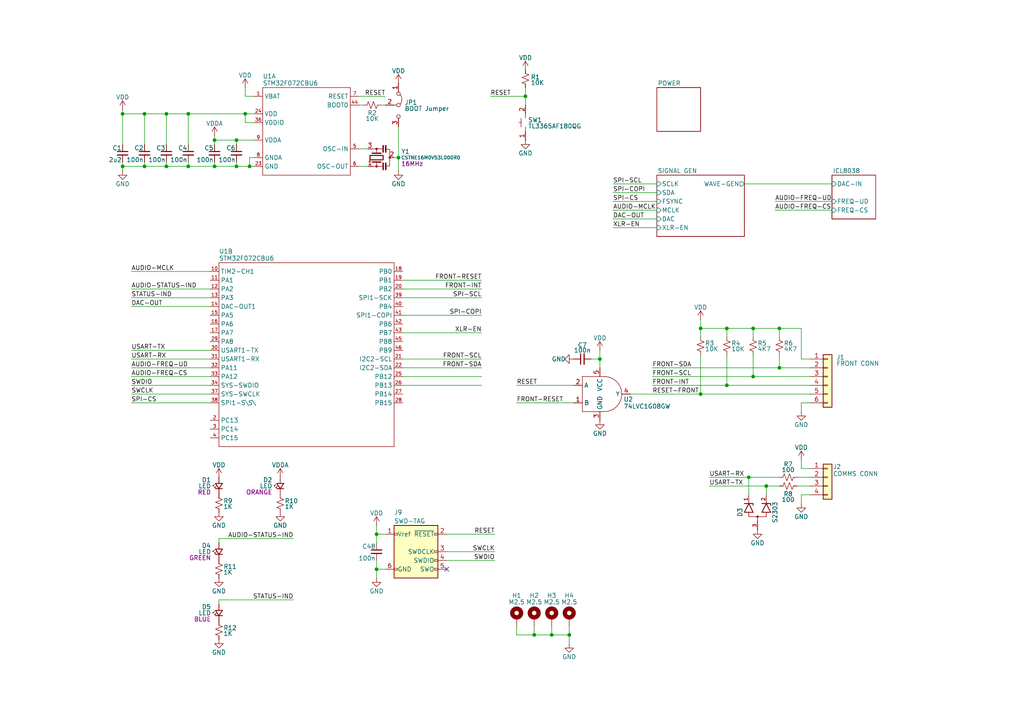
<source format=kicad_sch>
(kicad_sch (version 20231120) (generator "eeschema") (generator_version "8.0")
  (paper "A4")
  (title_block (title "Benchy 2 Signal Generator") (rev "REV2") (company "Daxxn Industries"))
  (lib_symbols
    (symbol "Connector_Generic:Conn_01x04" (pin_names (offset 1.016) hide)
      (property "Reference" "J" (at 0 5.08 0))
      (property "Value" "Conn_01x04" (at 0 -7.62 0))
      (symbol "Conn_01x04_1_1"
        (rectangle (start -1.27 -4.953) (end 0 -5.207) (stroke (width 0.1524)))
        (rectangle (start -1.27 -2.413) (end 0 -2.667) (stroke (width 0.1524)))
        (rectangle (start -1.27 0.127) (end 0 -0.127) (stroke (width 0.1524)))
        (rectangle (start -1.27 2.667) (end 0 2.413) (stroke (width 0.1524)))
        (rectangle (start -1.27 3.81) (end 1.27 -6.35) (stroke (width 0.254)) (fill (type background)))
        (pin passive line (at -5.08 2.54 0) (length 3.81) (name "Pin_1") (number "1"))
        (pin passive line (at -5.08 0 0) (length 3.81) (name "Pin_2") (number "2"))
        (pin passive line (at -5.08 -2.54 0) (length 3.81) (name "Pin_3") (number "3"))
        (pin passive line (at -5.08 -5.08 0) (length 3.81) (name "Pin_4") (number "4"))
      )
    )
    (symbol "Connector_Generic:Conn_01x06" (pin_names (offset 1.016) hide)
      (property "Reference" "J" (at 0 7.62 0))
      (property "Value" "Conn_01x06" (at 0 -10.16 0))
      (symbol "Conn_01x06_1_1"
        (rectangle (start -1.27 -7.493) (end 0 -7.747) (stroke (width 0.1524)))
        (rectangle (start -1.27 -4.953) (end 0 -5.207) (stroke (width 0.1524)))
        (rectangle (start -1.27 -2.413) (end 0 -2.667) (stroke (width 0.1524)))
        (rectangle (start -1.27 0.127) (end 0 -0.127) (stroke (width 0.1524)))
        (rectangle (start -1.27 2.667) (end 0 2.413) (stroke (width 0.1524)))
        (rectangle (start -1.27 5.207) (end 0 4.953) (stroke (width 0.1524)))
        (rectangle (start -1.27 6.35) (end 1.27 -8.89) (stroke (width 0.254)) (fill (type background)))
        (pin passive line (at -5.08 5.08 0) (length 3.81) (name "Pin_1") (number "1"))
        (pin passive line (at -5.08 2.54 0) (length 3.81) (name "Pin_2") (number "2"))
        (pin passive line (at -5.08 0 0) (length 3.81) (name "Pin_3") (number "3"))
        (pin passive line (at -5.08 -2.54 0) (length 3.81) (name "Pin_4") (number "4"))
        (pin passive line (at -5.08 -5.08 0) (length 3.81) (name "Pin_5") (number "5"))
        (pin passive line (at -5.08 -7.62 0) (length 3.81) (name "Pin_6") (number "6"))
      )
    )
    (symbol "DX_Connector_Programming:SWD-TAG-6" (pin_names (offset 1.016))
      (property "Reference" "J" (at 0 3.81 0))
      (property "Value" "SWD-TAG" (at 0 1.27 0))
      (symbol "SWD-TAG-6_0_1"
        (rectangle (start 0 -12.446) (end 1.016 -12.954))
        (rectangle (start 0 -2.794) (end 1.016 -2.286))
        (rectangle (start 0 0) (end 12.7 -15.24) (stroke (width 0.254)) (fill (type background)))
        (rectangle (start 11.684 -7.874) (end 12.7 -7.366))
        (rectangle (start 12.7 -12.954) (end 11.684 -12.446))
        (rectangle (start 12.7 -10.414) (end 11.684 -9.906))
        (rectangle (start 12.7 -2.286) (end 11.684 -2.794))
      )
      (symbol "SWD-TAG-6_1_1"
        (pin power_in line (at -2.54 -2.54 0) (length 2.54) (name "Vref") (number "1"))
        (pin open_collector line (at 15.24 -2.54 180) (length 2.54) (name "~{RESET}") (number "2"))
        (pin output line (at 15.24 -7.62 180) (length 2.54) (name "SWDCLK") (number "3"))
        (pin bidirectional line (at 15.24 -10.16 180) (length 2.54) (name "SWDIO") (number "4"))
        (pin input line (at 15.24 -12.7 180) (length 2.54) (name "SWO") (number "5"))
        (pin power_in line (at -2.54 -12.7 0) (length 2.54) (name "GND") (number "6"))
      )
    )
    (symbol "DX_Control_Button:TL3365AF180QG"
      (property "Reference" "SW" (at 0 4.572 0))
      (property "Value" "TL3365AF180QG" (at 0 3.048 0))
      (symbol "TL3365AF180QG_0_0"
        (polyline (pts (xy -2.54 0) (xy -1.27 0)))
        (polyline (pts (xy -1.27 1.27) (xy 1.27 1.27)))
        (polyline (pts (xy 0 1.27) (xy 0 1.905)))
        (polyline (pts (xy 2.54 0) (xy 1.27 0)))
        (pin passive line (at -5.08 0 0) (length 2.54) (name "~") (number "1"))
        (pin passive line (at 5.08 0 180) (length 2.54) (name "~") (number "2"))
      )
    )
    (symbol "DX_Device:C" (pin_numbers hide) (pin_names (offset 0.254) hide)
      (property "Reference" "C" (at 0.254 1.524 0))
      (property "Value" "C" (at 0.254 -1.905 0))
      (symbol "C_0_1"
        (polyline (pts (xy -1.524 -0.508) (xy 1.524 -0.508)) (stroke (width 0.3302)))
        (polyline (pts (xy -1.524 0.508) (xy 1.524 0.508)) (stroke (width 0.3048)))
      )
      (symbol "C_1_1"
        (pin passive line (at 0 2.54 270) (length 2.032) (name "~") (number "1"))
        (pin passive line (at 0 -2.54 90) (length 2.032) (name "~") (number "2"))
      )
    )
    (symbol "DX_Device:LED" (pin_numbers hide) (pin_names (offset 0.254) hide)
      (property "Reference" "D" (at 0 2.794 0))
      (property "Value" "LED" (at 0 -2.286 0))
      (property "Color" "RED" (at 0 -4.064 0))
      (symbol "LED_0_1"
        (polyline (pts (xy -0.762 -1.016) (xy -0.762 1.016)) (stroke (width 0.254)))
        (polyline (pts (xy 0.762 -1.016) (xy -0.762 0) (xy 0.762 1.016) (xy 0.762 -1.016)) (stroke (width 0.254)))
        (polyline (pts (xy 0 0.762) (xy -0.508 1.27) (xy -0.254 1.27) (xy -0.508 1.27) (xy -0.508 1.016)))
        (polyline (pts (xy 0.508 1.27) (xy 0 1.778) (xy 0.254 1.778) (xy 0 1.778) (xy 0 1.524)))
      )
      (symbol "LED_1_1"
        (pin passive line (at -2.54 0 0) (length 1.778) (name "K") (number "1"))
        (pin passive line (at 2.54 0 180) (length 1.778) (name "A") (number "2"))
      )
    )
    (symbol "DX_Device:R" (pin_numbers hide) (pin_names (offset 0.254) hide)
      (property "Reference" "R" (at 1.016 0.635 0))
      (property "Value" "R" (at 1.016 -1.016 0))
      (symbol "R_1_1"
        (polyline (pts (xy 0 0) (xy 1.016 -0.381) (xy 0 -0.762) (xy -1.016 -1.143) (xy 0 -1.524)))
        (polyline (pts (xy 0 1.524) (xy 1.016 1.143) (xy 0 0.762) (xy -1.016 0.381) (xy 0 0)))
        (pin passive line (at 0 2.54 270) (length 1.016) (name "~") (number "1"))
        (pin passive line (at 0 -2.54 90) (length 1.016) (name "~") (number "2"))
      )
    )
    (symbol "DX_Diode_TVS:S2303"
      (property "Reference" "D" (at 0 5.08 0))
      (property "Value" "S2303" (at 0 -5.08 0))
      (symbol "S2303_0_0"
        (pin passive line (at 5.08 2.54 180) (length 2.54) (name "A") (number "1"))
        (pin passive line (at 5.08 -2.54 180) (length 2.54) (name "B") (number "2"))
        (pin passive line (at -5.08 0 0) (length 2.54) (name "COM") (number "3"))
      )
      (symbol "S2303_0_1"
        (polyline (pts (xy -2.54 0) (xy -1.27 0)))
        (polyline (pts (xy -1.27 2.54) (xy -1.27 -2.54)))
        (polyline (pts (xy 0 2.54) (xy -1.27 2.54)) (stroke (width 0.1524)))
        (polyline (pts (xy 2.54 3.81) (xy 2.54 1.27) (xy 2.032 1.27)) (stroke (width 0.254)))
        (polyline (pts (xy 0 1.27) (xy 0 3.81) (xy 2.54 2.54) (xy 0 1.27)) (stroke (width 0.254)))
      )
      (symbol "S2303_1_1"
        (circle (center -1.27 0) (radius 0.254) (fill (type outline)))
        (polyline (pts (xy 0 -2.54) (xy -1.27 -2.54)) (stroke (width 0.1524)))
        (polyline (pts (xy 2.54 -1.27) (xy 2.54 -3.81) (xy 2.032 -3.81)) (stroke (width 0.254)))
        (polyline (pts (xy 0 -3.81) (xy 0 -1.27) (xy 2.54 -2.54) (xy 0 -3.81)) (stroke (width 0.254)))
      )
    )
    (symbol "DX_IC_Logic_AND:74LVC1G08GW"
      (property "Reference" "U" (at 1.27 8.382 0))
      (property "Value" "74LVC1G08GW" (at 1.27 6.35 0))
      (symbol "74LVC1G08GW_0_0"
        (pin input line (at -7.62 -2.54 0) (length 2.54) (name "B") (number "1"))
        (pin input line (at -7.62 2.54 0) (length 2.54) (name "A") (number "2"))
        (pin power_in line (at 0 -7.62 90) (length 2.54) (name "GND") (number "3"))
        (pin output line (at 8.89 0 180) (length 2.54) (name "Y") (number "4"))
        (pin power_in line (at 0 7.62 270) (length 2.54) (name "VCC") (number "5"))
      )
      (symbol "74LVC1G08GW_1_1"
        (polyline (pts (xy -5.08 5.08) (xy 1.27 5.08)))
        (polyline (pts (xy -5.08 5.08) (xy -5.08 -5.08) (xy 1.27 -5.08)))
        (arc (start 1.27 -5.08) (mid 4.8621 -3.5921) (end 6.35 0))
        (arc (start 6.35 0) (mid 4.8621 3.5921) (end 1.27 5.08))
      )
    )
    (symbol "DX_IC_MCU_ST:STM32F072CBU6"
      (property "Reference" "U" (at 0 3.302 0))
      (property "Value" "STM32F072CBU6" (at 0 1.27 0))
      (symbol "STM32F072CBU6_1_0"
        (pin power_in line (at -2.54 -2.54 0) (length 2.54) (name "VBAT") (number "1"))
        (pin power_in line (at -2.54 -27.94 0) (length 2.54) (name "GND") (number "23"))
        (pin power_in line (at -2.54 -7.62 0) (length 2.54) (name "VDD") (number "24"))
        (pin power_in line (at -2.54 -27.94 0) (length 2.54) hide (name "GND") (number "35"))
        (pin power_in line (at -2.54 -10.16 0) (length 2.54) (name "VDDIO") (number "36"))
        (pin input line (at 27.94 -5.08 180) (length 2.54) (name "BOOT0") (number "44"))
        (pin power_in line (at -2.54 -27.94 0) (length 2.54) hide (name "GND") (number "47"))
        (pin power_in line (at -2.54 -7.62 0) (length 2.54) hide (name "VDD") (number "48"))
        (pin power_in line (at -2.54 -27.94 0) (length 2.54) hide (name "GND") (number "49"))
        (pin input line (at 27.94 -17.78 180) (length 2.54) (name "OSC-IN") (number "5"))
        (pin output line (at 27.94 -27.94 180) (length 2.54) (name "OSC-OUT") (number "6"))
        (pin input line (at 27.94 -2.54 180) (length 2.54) (name "RESET") (number "7"))
        (pin power_in line (at -2.54 -25.4 0) (length 2.54) (name "GNDA") (number "8"))
        (pin power_in line (at -2.54 -15.24 0) (length 2.54) (name "VDDA") (number "9"))
      )
      (symbol "STM32F072CBU6_1_1"
        (rectangle (start 0 0) (end 25.4 -30.48))
      )
      (symbol "STM32F072CBU6_2_0"
        (pin bidirectional line (at -2.54 -2.54 0) (length 2.54) (name "PA0") (number "10") (alternate "TIM2-CH1" bidirectional line))
        (pin bidirectional line (at -2.54 -5.08 0) (length 2.54) (name "PA1") (number "11"))
        (pin bidirectional line (at -2.54 -7.62 0) (length 2.54) (name "PA2") (number "12"))
        (pin bidirectional line (at -2.54 -10.16 0) (length 2.54) (name "PA3") (number "13"))
        (pin bidirectional line (at -2.54 -12.7 0) (length 2.54) (name "PA4") (number "14") (alternate "DAC-OUT1" bidirectional line) (alternate "SPI1-S\\S\\" bidirectional line))
        (pin bidirectional line (at -2.54 -15.24 0) (length 2.54) (name "PA5") (number "15") (alternate "SPI1-SCK" bidirectional line) (alternate "TIM2-CH1" bidirectional line))
        (pin bidirectional line (at -2.54 -17.78 0) (length 2.54) (name "PA6") (number "16"))
        (pin bidirectional line (at -2.54 -20.32 0) (length 2.54) (name "PA7") (number "17") (alternate "SPI1-COPI" bidirectional line))
        (pin bidirectional line (at 53.34 -2.54 180) (length 2.54) (name "PB0") (number "18"))
        (pin bidirectional line (at 53.34 -5.08 180) (length 2.54) (name "PB1") (number "19"))
        (pin bidirectional line (at -2.54 -45.72 0) (length 2.54) (name "PC13") (number "2"))
        (pin bidirectional line (at 53.34 -7.62 180) (length 2.54) (name "PB2") (number "20"))
        (pin bidirectional line (at 53.34 -27.94 180) (length 2.54) (name "PB10") (number "21") (alternate "I2C2-SCL" bidirectional line))
        (pin bidirectional line (at 53.34 -30.48 180) (length 2.54) (name "PB11") (number "22") (alternate "I2C2-SDA" bidirectional line))
        (pin bidirectional line (at 53.34 -33.02 180) (length 2.54) (name "PB12") (number "25"))
        (pin bidirectional line (at 53.34 -35.56 180) (length 2.54) (name "PB13") (number "26") (alternate "I2C2-SCL" bidirectional line))
        (pin bidirectional line (at 53.34 -38.1 180) (length 2.54) (name "PB14") (number "27") (alternate "I2C2-SDA" bidirectional line))
        (pin bidirectional line (at 53.34 -40.64 180) (length 2.54) (name "PB15") (number "28"))
        (pin bidirectional line (at -2.54 -22.86 0) (length 2.54) (name "PA8") (number "29"))
        (pin bidirectional line (at -2.54 -48.26 0) (length 2.54) (name "PC14") (number "3"))
        (pin bidirectional line (at -2.54 -25.4 0) (length 2.54) (name "PA9") (number "30") (alternate "USART1-TX" bidirectional line))
        (pin bidirectional line (at -2.54 -27.94 0) (length 2.54) (name "PA10") (number "31") (alternate "USART1-RX" bidirectional line))
        (pin bidirectional line (at -2.54 -30.48 0) (length 2.54) (name "PA11") (number "32"))
        (pin bidirectional line (at -2.54 -33.02 0) (length 2.54) (name "PA12") (number "33"))
        (pin bidirectional line (at -2.54 -35.56 0) (length 2.54) (name "PA13") (number "34") (alternate "SYS-SWDIO" bidirectional line))
        (pin bidirectional line (at -2.54 -38.1 0) (length 2.54) (name "PA14") (number "37") (alternate "SYS-SWCLK" bidirectional line))
        (pin bidirectional line (at -2.54 -40.64 0) (length 2.54) (name "PA15") (number "38") (alternate "SPI1-S\\S\\" bidirectional line) (alternate "TIM2-CH1" bidirectional line))
        (pin bidirectional line (at 53.34 -10.16 180) (length 2.54) (name "PB3") (number "39") (alternate "SPI1-SCK" bidirectional line))
        (pin bidirectional line (at -2.54 -50.8 0) (length 2.54) (name "PC15") (number "4"))
        (pin bidirectional line (at 53.34 -12.7 180) (length 2.54) (name "PB4") (number "40"))
        (pin bidirectional line (at 53.34 -15.24 180) (length 2.54) (name "PB5") (number "41") (alternate "SPI1-COPI" bidirectional line))
        (pin bidirectional line (at 53.34 -17.78 180) (length 2.54) (name "PB6") (number "42") (alternate "USART1-TX" bidirectional line))
        (pin bidirectional line (at 53.34 -20.32 180) (length 2.54) (name "PB7") (number "43") (alternate "USART1-RX" bidirectional line))
        (pin bidirectional line (at 53.34 -22.86 180) (length 2.54) (name "PB8") (number "45"))
        (pin bidirectional line (at 53.34 -25.4 180) (length 2.54) (name "PB9") (number "46"))
      )
      (symbol "STM32F072CBU6_2_1"
        (rectangle (start 0 0) (end 50.8 -53.34))
      )
    )
    (symbol "DX_Oscillator_Resonator:CSTNE16M0V53L000R0"
      (property "Reference" "Y" (at 3.81 0.762 0))
      (property "Value" "CSTNE16M0V53L000R0" (at 3.81 -1.016 0))
      (property "Frequency" "16MHz" (at 3.81 -2.794 0))
      (symbol "CSTNE16M0V53L000R0_0_1"
        (rectangle (start -3.556 -2.54) (end -1.524 -2.794) (fill (type outline)))
        (rectangle (start -3.556 -1.778) (end -1.524 -2.032) (fill (type outline)))
        (circle (center -2.54 0) (radius 0.254) (fill (type outline)))
        (rectangle (start -0.635 1.905) (end 0.635 -1.905) (stroke (width 0.3048)))
        (circle (center 0 -3.81) (radius 0.254) (fill (type outline)))
        (polyline (pts (xy -2.54 -1.778) (xy -2.54 0)))
        (polyline (pts (xy -2.54 0) (xy -1.397 0)))
        (polyline (pts (xy -2.54 1.27) (xy -2.54 0)))
        (polyline (pts (xy -1.27 -1.27) (xy -1.27 1.27)) (stroke (width 0.381)))
        (polyline (pts (xy 1.27 -1.27) (xy 1.27 1.27)) (stroke (width 0.381)))
        (polyline (pts (xy 1.27 0) (xy 2.54 0)))
        (polyline (pts (xy 2.54 0) (xy 2.54 -1.778)))
        (polyline (pts (xy 2.54 1.27) (xy 2.54 0)))
        (polyline (pts (xy 2.413 -2.794) (xy 2.413 -3.81) (xy -2.413 -3.81) (xy -2.413 -2.667)))
        (rectangle (start 1.524 -2.54) (end 3.556 -2.794) (fill (type outline)))
        (rectangle (start 1.524 -1.778) (end 3.556 -2.032) (fill (type outline)))
        (circle (center 2.54 0) (radius 0.254) (fill (type outline)))
      )
      (symbol "CSTNE16M0V53L000R0_1_1"
        (pin passive line (at -2.54 2.54 270) (length 1.27) (name "1") (number "1"))
        (pin passive line (at 0 -5.08 90) (length 1.27) (name "2") (number "2"))
        (pin passive line (at 2.54 2.54 270) (length 1.27) (name "3") (number "3"))
      )
    )
    (symbol "Jumper:Jumper_3_Bridged12" (pin_names (offset 0) hide) (exclude_from_sim yes) (in_bom no)
      (property "Reference" "JP" (at -2.54 -2.54 0))
      (property "Value" "Jumper_3_Bridged12" (at 0 2.794 0))
      (symbol "Jumper_3_Bridged12_0_0"
        (circle (center -3.302 0) (radius 0.508))
        (circle (center 0 0) (radius 0.508))
        (circle (center 3.302 0) (radius 0.508))
      )
      (symbol "Jumper_3_Bridged12_0_1"
        (arc (start -0.254 0.508) (mid -1.651 0.9912) (end -3.048 0.508))
        (polyline (pts (xy 0 -1.27) (xy 0 -0.508)))
      )
      (symbol "Jumper_3_Bridged12_1_1"
        (pin passive line (at -6.35 0 0) (length 2.54) (name "A") (number "1"))
        (pin passive line (at 0 -3.81 90) (length 2.54) (name "C") (number "2"))
        (pin passive line (at 6.35 0 180) (length 2.54) (name "B") (number "3"))
      )
    )
    (symbol "Mechanical:MountingHole_Pad" (pin_numbers hide) (pin_names (offset 1.016) hide) (exclude_from_sim yes) (in_bom no)
      (property "Reference" "H" (at 0 6.35 0))
      (property "Value" "MountingHole_Pad" (at 0 4.445 0))
      (symbol "MountingHole_Pad_0_1"
        (circle (center 0 1.27) (radius 1.27) (stroke (width 1.27)))
      )
      (symbol "MountingHole_Pad_1_1"
        (pin input line (at 0 -2.54 90) (length 2.54) (name "1") (number "1"))
      )
    )
    (symbol "STM32F072CBU6_1"
      (property "Reference" "U" (at 0 3.302 0))
      (property "Value" "STM32F072CBU6" (at 0 1.27 0))
      (symbol "STM32F072CBU6_1_1_0"
        (pin power_in line (at -2.54 -2.54 0) (length 2.54) (name "VBAT") (number "1"))
        (pin power_in line (at -2.54 -22.86 0) (length 2.54) (name "GND") (number "23"))
        (pin power_in line (at -2.54 -7.62 0) (length 2.54) (name "VDD") (number "24"))
        (pin power_in line (at -2.54 -22.86 0) (length 2.54) hide (name "GND") (number "35"))
        (pin power_in line (at -2.54 -10.16 0) (length 2.54) (name "VDDIO") (number "36"))
        (pin input line (at 27.94 -5.08 180) (length 2.54) (name "BOOT0") (number "44"))
        (pin power_in line (at -2.54 -22.86 0) (length 2.54) hide (name "GND") (number "47"))
        (pin power_in line (at -2.54 -7.62 0) (length 2.54) hide (name "VDD") (number "48"))
        (pin power_in line (at -2.54 -22.86 0) (length 2.54) hide (name "GND") (number "49"))
        (pin input line (at 27.94 -17.78 180) (length 2.54) (name "OSC-IN") (number "5"))
        (pin output line (at 27.94 -22.86 180) (length 2.54) (name "OSC-OUT") (number "6"))
        (pin input line (at 27.94 -2.54 180) (length 2.54) (name "RESET") (number "7"))
        (pin power_in line (at -2.54 -20.32 0) (length 2.54) (name "GNDA") (number "8"))
        (pin power_in line (at -2.54 -15.24 0) (length 2.54) (name "VDDA") (number "9"))
      )
      (symbol "STM32F072CBU6_1_1_1"
        (rectangle (start 0 0) (end 25.4 -25.4))
      )
      (symbol "STM32F072CBU6_1_2_0"
        (pin bidirectional line (at -2.54 -2.54 0) (length 2.54) (name "PA0") (number "10") (alternate "TIM2-CH1" bidirectional line))
        (pin bidirectional line (at -2.54 -5.08 0) (length 2.54) (name "PA1") (number "11"))
        (pin bidirectional line (at -2.54 -7.62 0) (length 2.54) (name "PA2") (number "12"))
        (pin bidirectional line (at -2.54 -10.16 0) (length 2.54) (name "PA3") (number "13"))
        (pin bidirectional line (at -2.54 -12.7 0) (length 2.54) (name "PA4") (number "14") (alternate "DAC-OUT1" bidirectional line) (alternate "SPI1-S\\S\\" bidirectional line))
        (pin bidirectional line (at -2.54 -15.24 0) (length 2.54) (name "PA5") (number "15") (alternate "SPI1-SCK" bidirectional line) (alternate "TIM2-CH1" bidirectional line))
        (pin bidirectional line (at -2.54 -17.78 0) (length 2.54) (name "PA6") (number "16"))
        (pin bidirectional line (at -2.54 -20.32 0) (length 2.54) (name "PA7") (number "17") (alternate "SPI1-COPI" bidirectional line))
        (pin bidirectional line (at 53.34 -2.54 180) (length 2.54) (name "PB0") (number "18"))
        (pin bidirectional line (at 53.34 -5.08 180) (length 2.54) (name "PB1") (number "19"))
        (pin bidirectional line (at -2.54 -45.72 0) (length 2.54) (name "PC13") (number "2"))
        (pin bidirectional line (at 53.34 -7.62 180) (length 2.54) (name "PB2") (number "20"))
        (pin bidirectional line (at 53.34 -27.94 180) (length 2.54) (name "PB10") (number "21") (alternate "I2C2-SCL" bidirectional line))
        (pin bidirectional line (at 53.34 -30.48 180) (length 2.54) (name "PB11") (number "22") (alternate "I2C2-SDA" bidirectional line))
        (pin bidirectional line (at 53.34 -33.02 180) (length 2.54) (name "PB12") (number "25"))
        (pin bidirectional line (at 53.34 -35.56 180) (length 2.54) (name "PB13") (number "26") (alternate "I2C2-SCL" bidirectional line))
        (pin bidirectional line (at 53.34 -38.1 180) (length 2.54) (name "PB14") (number "27") (alternate "I2C2-SDA" bidirectional line))
        (pin bidirectional line (at 53.34 -40.64 180) (length 2.54) (name "PB15") (number "28"))
        (pin bidirectional line (at -2.54 -22.86 0) (length 2.54) (name "PA8") (number "29"))
        (pin bidirectional line (at -2.54 -48.26 0) (length 2.54) (name "PC14") (number "3"))
        (pin bidirectional line (at -2.54 -25.4 0) (length 2.54) (name "PA9") (number "30") (alternate "USART1-TX" bidirectional line))
        (pin bidirectional line (at -2.54 -27.94 0) (length 2.54) (name "PA10") (number "31") (alternate "USART1-RX" bidirectional line))
        (pin bidirectional line (at -2.54 -30.48 0) (length 2.54) (name "PA11") (number "32"))
        (pin bidirectional line (at -2.54 -33.02 0) (length 2.54) (name "PA12") (number "33"))
        (pin bidirectional line (at -2.54 -35.56 0) (length 2.54) (name "PA13") (number "34") (alternate "SYS-SWDIO" bidirectional line))
        (pin bidirectional line (at -2.54 -38.1 0) (length 2.54) (name "PA14") (number "37") (alternate "SYS-SWCLK" bidirectional line))
        (pin bidirectional line (at -2.54 -40.64 0) (length 2.54) (name "PA15") (number "38") (alternate "SPI1-S\\S\\" bidirectional line) (alternate "TIM2-CH1" bidirectional line))
        (pin bidirectional line (at 53.34 -10.16 180) (length 2.54) (name "PB3") (number "39") (alternate "SPI1-SCK" bidirectional line))
        (pin bidirectional line (at -2.54 -50.8 0) (length 2.54) (name "PC15") (number "4"))
        (pin bidirectional line (at 53.34 -12.7 180) (length 2.54) (name "PB4") (number "40"))
        (pin bidirectional line (at 53.34 -15.24 180) (length 2.54) (name "PB5") (number "41") (alternate "SPI1-COPI" bidirectional line))
        (pin bidirectional line (at 53.34 -17.78 180) (length 2.54) (name "PB6") (number "42") (alternate "USART1-TX" bidirectional line))
        (pin bidirectional line (at 53.34 -20.32 180) (length 2.54) (name "PB7") (number "43") (alternate "USART1-RX" bidirectional line))
        (pin bidirectional line (at 53.34 -22.86 180) (length 2.54) (name "PB8") (number "45"))
        (pin bidirectional line (at 53.34 -25.4 180) (length 2.54) (name "PB9") (number "46"))
      )
      (symbol "STM32F072CBU6_1_2_1"
        (rectangle (start 0 0) (end 50.8 -53.34))
      )
    )
    (symbol "power:GND" (power) (pin_numbers hide) (pin_names (offset 0) hide)
      (property "Value" "GND" (at 0 -3.81 0))
      (symbol "GND_0_1"
        (polyline (pts (xy 0 0) (xy 0 -1.27) (xy 1.27 -1.27) (xy 0 -2.54) (xy -1.27 -1.27) (xy 0 -1.27)))
      )
      (symbol "GND_1_1"
        (pin power_in line (at 0 0 270) (length 0) (name "~") (number "1"))
      )
    )
    (symbol "power:VDD" (power) (pin_numbers hide) (pin_names (offset 0) hide)
      (property "Value" "VDD" (at 0 3.556 0))
      (symbol "VDD_0_1"
        (polyline (pts (xy -0.762 1.27) (xy 0 2.54)))
        (polyline (pts (xy 0 0) (xy 0 2.54)))
        (polyline (pts (xy 0 2.54) (xy 0.762 1.27)))
      )
      (symbol "VDD_1_1"
        (pin power_in line (at 0 0 90) (length 0) (name "~") (number "1"))
      )
    )
    (symbol "power:VDDA" (power) (pin_numbers hide) (pin_names (offset 0) hide)
      (property "Value" "VDDA" (at 0 3.556 0))
      (symbol "VDDA_0_1"
        (polyline (pts (xy -0.762 1.27) (xy 0 2.54)))
        (polyline (pts (xy 0 0) (xy 0 2.54)))
        (polyline (pts (xy 0 2.54) (xy 0.762 1.27)))
      )
      (symbol "VDDA_1_1"
        (pin power_in line (at 0 0 90) (length 0) (name "~") (number "1"))
      )
    )
  )
  (junction (at 41.91 48.26))
  (junction (at 71.12 33.02))
  (junction (at 226.06 106.68))
  (junction (at 218.44 109.22))
  (junction (at 203.2 95.25))
  (junction (at 222.25 140.97))
  (junction (at 109.22 165.1))
  (junction (at 160.02 184.15))
  (junction (at 165.1 184.15))
  (junction (at 48.26 33.02))
  (junction (at 72.39 48.26))
  (junction (at 68.58 48.26))
  (junction (at 35.56 48.26))
  (junction (at 154.94 184.15))
  (junction (at 54.61 48.26))
  (junction (at 68.58 40.64))
  (junction (at 203.2 114.3))
  (junction (at 173.99 104.14))
  (junction (at 62.23 40.64))
  (junction (at 41.91 33.02))
  (junction (at 217.17 138.43))
  (junction (at 35.56 33.02))
  (junction (at 218.44 95.25))
  (junction (at 210.82 95.25))
  (junction (at 48.26 48.26))
  (junction (at 115.57 45.72))
  (junction (at 109.22 154.94))
  (junction (at 62.23 48.26))
  (junction (at 226.06 95.25))
  (junction (at 54.61 33.02))
  (junction (at 210.82 111.76))
  (junction (at 152.4 27.94))
  (no_connect (at 129.54 165.1))
  (wire (pts (xy 149.86 184.15) (xy 154.94 184.15)))
  (wire (pts (xy 165.1 184.15) (xy 165.1 186.69)))
  (wire (pts (xy 160.02 184.15) (xy 165.1 184.15)))
  (wire (pts (xy 116.84 109.22) (xy 139.7 109.22)))
  (wire (pts (xy 109.22 152.4) (xy 109.22 154.94)))
  (wire (pts (xy 154.94 181.61) (xy 154.94 184.15)))
  (wire (pts (xy 62.23 48.26) (xy 68.58 48.26)))
  (wire (pts (xy 205.74 138.43) (xy 217.17 138.43)))
  (wire (pts (xy 104.14 27.94) (xy 111.76 27.94)))
  (wire (pts (xy 63.5 173.99) (xy 85.09 173.99)))
  (wire (pts (xy 109.22 165.1) (xy 109.22 167.64)))
  (wire (pts (xy 62.23 41.91) (xy 62.23 40.64)))
  (wire (pts (xy 232.41 146.05) (xy 232.41 143.51)))
  (wire (pts (xy 116.84 83.82) (xy 139.7 83.82)))
  (wire (pts (xy 115.57 45.72) (xy 115.57 49.53)))
  (wire (pts (xy 116.84 106.68) (xy 139.7 106.68)))
  (wire (pts (xy 38.1 78.74) (xy 60.96 78.74)))
  (wire (pts (xy 73.66 45.72) (xy 72.39 45.72)))
  (wire (pts (xy 205.74 140.97) (xy 222.25 140.97)))
  (wire (pts (xy 54.61 48.26) (xy 62.23 48.26)))
  (wire (pts (xy 182.88 114.3) (xy 203.2 114.3)))
  (wire (pts (xy 35.56 48.26) (xy 41.91 48.26)))
  (wire (pts (xy 177.8 55.88) (xy 190.5 55.88)))
  (wire (pts (xy 210.82 97.79) (xy 210.82 95.25)))
  (wire (pts (xy 215.9 53.34) (xy 241.3 53.34)))
  (wire (pts (xy 210.82 102.87) (xy 210.82 111.76)))
  (wire (pts (xy 115.57 36.83) (xy 115.57 45.72)))
  (wire (pts (xy 173.99 104.14) (xy 173.99 106.68)))
  (wire (pts (xy 38.1 101.6) (xy 60.96 101.6)))
  (wire (pts (xy 68.58 46.99) (xy 68.58 48.26)))
  (wire (pts (xy 129.54 154.94) (xy 143.51 154.94)))
  (wire (pts (xy 210.82 95.25) (xy 218.44 95.25)))
  (wire (pts (xy 149.86 181.61) (xy 149.86 184.15)))
  (wire (pts (xy 38.1 86.36) (xy 60.96 86.36)))
  (wire (pts (xy 114.3 45.72) (xy 115.57 45.72)))
  (wire (pts (xy 231.14 140.97) (xy 234.95 140.97)))
  (wire (pts (xy 48.26 48.26) (xy 54.61 48.26)))
  (wire (pts (xy 63.5 157.48) (xy 63.5 156.21)))
  (wire (pts (xy 116.84 86.36) (xy 139.7 86.36)))
  (wire (pts (xy 226.06 106.68) (xy 234.95 106.68)))
  (wire (pts (xy 226.06 102.87) (xy 226.06 106.68)))
  (wire (pts (xy 116.84 91.44) (xy 139.7 91.44)))
  (wire (pts (xy 203.2 95.25) (xy 210.82 95.25)))
  (wire (pts (xy 149.86 111.76) (xy 166.37 111.76)))
  (wire (pts (xy 210.82 111.76) (xy 234.95 111.76)))
  (wire (pts (xy 68.58 41.91) (xy 68.58 40.64)))
  (wire (pts (xy 129.54 160.02) (xy 143.51 160.02)))
  (wire (pts (xy 177.8 53.34) (xy 190.5 53.34)))
  (wire (pts (xy 189.23 109.22) (xy 218.44 109.22)))
  (wire (pts (xy 232.41 135.89) (xy 232.41 133.35)))
  (wire (pts (xy 152.4 27.94) (xy 152.4 30.48)))
  (wire (pts (xy 72.39 45.72) (xy 72.39 48.26)))
  (wire (pts (xy 234.95 135.89) (xy 232.41 135.89)))
  (wire (pts (xy 177.8 63.5) (xy 190.5 63.5)))
  (wire (pts (xy 160.02 181.61) (xy 160.02 184.15)))
  (wire (pts (xy 218.44 102.87) (xy 218.44 109.22)))
  (wire (pts (xy 73.66 35.56) (xy 71.12 35.56)))
  (wire (pts (xy 232.41 116.84) (xy 234.95 116.84)))
  (wire (pts (xy 218.44 109.22) (xy 234.95 109.22)))
  (wire (pts (xy 222.25 140.97) (xy 222.25 143.51)))
  (wire (pts (xy 109.22 154.94) (xy 111.76 154.94)))
  (wire (pts (xy 231.14 138.43) (xy 234.95 138.43)))
  (wire (pts (xy 177.8 66.04) (xy 190.5 66.04)))
  (wire (pts (xy 62.23 40.64) (xy 68.58 40.64)))
  (wire (pts (xy 226.06 95.25) (xy 226.06 97.79)))
  (wire (pts (xy 41.91 46.99) (xy 41.91 48.26)))
  (wire (pts (xy 71.12 25.4) (xy 71.12 27.94)))
  (wire (pts (xy 218.44 97.79) (xy 218.44 95.25)))
  (wire (pts (xy 218.44 95.25) (xy 226.06 95.25)))
  (wire (pts (xy 41.91 33.02) (xy 41.91 41.91)))
  (wire (pts (xy 173.99 101.6) (xy 173.99 104.14)))
  (wire (pts (xy 62.23 39.37) (xy 62.23 40.64)))
  (wire (pts (xy 232.41 104.14) (xy 234.95 104.14)))
  (wire (pts (xy 73.66 27.94) (xy 71.12 27.94)))
  (wire (pts (xy 68.58 40.64) (xy 73.66 40.64)))
  (wire (pts (xy 38.1 88.9) (xy 60.96 88.9)))
  (wire (pts (xy 177.8 60.96) (xy 190.5 60.96)))
  (wire (pts (xy 222.25 140.97) (xy 226.06 140.97)))
  (wire (pts (xy 35.56 41.91) (xy 35.56 33.02)))
  (wire (pts (xy 41.91 33.02) (xy 48.26 33.02)))
  (wire (pts (xy 68.58 48.26) (xy 72.39 48.26)))
  (wire (pts (xy 109.22 162.56) (xy 109.22 165.1)))
  (wire (pts (xy 116.84 81.28) (xy 139.7 81.28)))
  (wire (pts (xy 203.2 114.3) (xy 234.95 114.3)))
  (wire (pts (xy 226.06 95.25) (xy 232.41 95.25)))
  (wire (pts (xy 224.79 60.96) (xy 241.3 60.96)))
  (wire (pts (xy 63.5 175.26) (xy 63.5 173.99)))
  (wire (pts (xy 38.1 106.68) (xy 60.96 106.68)))
  (wire (pts (xy 38.1 114.3) (xy 60.96 114.3)))
  (wire (pts (xy 62.23 46.99) (xy 62.23 48.26)))
  (wire (pts (xy 104.14 30.48) (xy 105.41 30.48)))
  (wire (pts (xy 104.14 48.26) (xy 106.68 48.26)))
  (wire (pts (xy 142.24 27.94) (xy 152.4 27.94)))
  (wire (pts (xy 63.5 156.21) (xy 85.09 156.21)))
  (wire (pts (xy 154.94 184.15) (xy 160.02 184.15)))
  (wire (pts (xy 48.26 46.99) (xy 48.26 48.26)))
  (wire (pts (xy 35.56 33.02) (xy 41.91 33.02)))
  (wire (pts (xy 217.17 138.43) (xy 217.17 143.51)))
  (wire (pts (xy 110.49 30.48) (xy 111.76 30.48)))
  (wire (pts (xy 38.1 104.14) (xy 60.96 104.14)))
  (wire (pts (xy 48.26 33.02) (xy 48.26 41.91)))
  (wire (pts (xy 41.91 48.26) (xy 48.26 48.26)))
  (wire (pts (xy 38.1 109.22) (xy 60.96 109.22)))
  (wire (pts (xy 171.45 104.14) (xy 173.99 104.14)))
  (wire (pts (xy 165.1 184.15) (xy 165.1 181.61)))
  (wire (pts (xy 54.61 33.02) (xy 54.61 41.91)))
  (wire (pts (xy 116.84 111.76) (xy 139.7 111.76)))
  (wire (pts (xy 35.56 46.99) (xy 35.56 48.26)))
  (wire (pts (xy 109.22 154.94) (xy 109.22 157.48)))
  (wire (pts (xy 38.1 111.76) (xy 60.96 111.76)))
  (wire (pts (xy 116.84 96.52) (xy 139.7 96.52)))
  (wire (pts (xy 232.41 95.25) (xy 232.41 104.14)))
  (wire (pts (xy 48.26 33.02) (xy 54.61 33.02)))
  (wire (pts (xy 35.56 31.75) (xy 35.56 33.02)))
  (wire (pts (xy 72.39 48.26) (xy 73.66 48.26)))
  (wire (pts (xy 189.23 106.68) (xy 226.06 106.68)))
  (wire (pts (xy 189.23 111.76) (xy 210.82 111.76)))
  (wire (pts (xy 152.4 27.94) (xy 152.4 25.4)))
  (wire (pts (xy 129.54 162.56) (xy 143.51 162.56)))
  (wire (pts (xy 71.12 33.02) (xy 73.66 33.02)))
  (wire (pts (xy 54.61 46.99) (xy 54.61 48.26)))
  (wire (pts (xy 224.79 58.42) (xy 241.3 58.42)))
  (wire (pts (xy 203.2 92.71) (xy 203.2 95.25)))
  (wire (pts (xy 54.61 33.02) (xy 71.12 33.02)))
  (wire (pts (xy 38.1 116.84) (xy 60.96 116.84)))
  (wire (pts (xy 38.1 83.82) (xy 60.96 83.82)))
  (wire (pts (xy 109.22 165.1) (xy 111.76 165.1)))
  (wire (pts (xy 177.8 58.42) (xy 190.5 58.42)))
  (wire (pts (xy 104.14 43.18) (xy 106.68 43.18)))
  (wire (pts (xy 149.86 116.84) (xy 166.37 116.84)))
  (wire (pts (xy 232.41 143.51) (xy 234.95 143.51)))
  (wire (pts (xy 35.56 48.26) (xy 35.56 49.53)))
  (wire (pts (xy 203.2 102.87) (xy 203.2 114.3)))
  (wire (pts (xy 71.12 33.02) (xy 71.12 35.56)))
  (wire (pts (xy 203.2 97.79) (xy 203.2 95.25)))
  (wire (pts (xy 232.41 119.38) (xy 232.41 116.84)))
  (wire (pts (xy 217.17 138.43) (xy 226.06 138.43)))
  (wire (pts (xy 116.84 104.14) (xy 139.7 104.14)))
  (label "SPI-COPI" (at 139.7 91.44 180))
  (label "AUDIO-FREQ-CS" (at 38.1 109.22 0))
  (label "AUDIO-STATUS-IND" (at 38.1 83.82 0))
  (label "STATUS-IND" (at 85.09 173.99 180))
  (label "FRONT-SCL" (at 189.23 109.22 0))
  (label "RESET" (at 143.51 154.94 180))
  (label "FRONT-SDA" (at 139.7 106.68 180))
  (label "USART-TX" (at 205.74 140.97 0))
  (label "XLR-EN" (at 177.8 66.04 0))
  (label "FRONT-SDA" (at 189.23 106.68 0))
  (label "AUDIO-FREQ-UD" (at 38.1 106.68 0))
  (label "SPI-COPI" (at 177.8 55.88 0))
  (label "STATUS-IND" (at 38.1 86.36 0))
  (label "SWDIO" (at 143.51 162.56 180))
  (label "RESET" (at 142.24 27.94 0))
  (label "SPI-CS" (at 177.8 58.42 0))
  (label "AUDIO-MCLK" (at 177.8 60.96 0))
  (label "SWCLK" (at 143.51 160.02 180))
  (label "AUDIO-FREQ-CS" (at 224.79 60.96 0))
  (label "FRONT-RESET" (at 139.7 81.28 180))
  (label "SPI-CS" (at 38.1 116.84 0))
  (label "FRONT-INT" (at 189.23 111.76 0))
  (label "RESET" (at 149.86 111.76 0))
  (label "SWCLK" (at 38.1 114.3 0))
  (label "FRONT-INT" (at 139.7 83.82 180))
  (label "SPI-SCL" (at 177.8 53.34 0))
  (label "FRONT-SCL" (at 139.7 104.14 180))
  (label "DAC-OUT" (at 177.8 63.5 0))
  (label "RESET" (at 111.76 27.94 180))
  (label "AUDIO-FREQ-UD" (at 224.79 58.42 0))
  (label "USART-TX" (at 38.1 101.6 0))
  (label "RESET-FRONT" (at 189.23 114.3 0))
  (label "USART-RX" (at 205.74 138.43 0))
  (label "SWDIO" (at 38.1 111.76 0))
  (label "FRONT-RESET" (at 149.86 116.84 0))
  (label "AUDIO-STATUS-IND" (at 85.09 156.21 180))
  (label "USART-RX" (at 38.1 104.14 0))
  (label "AUDIO-MCLK" (at 38.1 78.74 0))
  (label "DAC-OUT" (at 38.1 88.9 0))
  (label "SPI-SCL" (at 139.7 86.36 180))
  (label "XLR-EN" (at 139.7 96.52 180))
  (symbol (lib_id "power:VDD") (at 152.4 20.32 0) (unit 1)
    (property "Reference" "#PWR01" (effects (hide yes)))
    (property "Value" "VDD" (at 152.4 16.764 0))
    (property "Description" "Power symbol creates a global label with name \"VDD\"" (effects (hide yes)))
  )
  (symbol (lib_id "DX_Device:LED") (at 63.5 160.02 90) (unit 1)
    (property "Reference" "D4" (at 61.214 158.242 90) (effects (justify left)))
    (property "Value" "LED" (at 61.214 160.02 90) (effects (justify left)))
    (property "Footprint" "Daxxn_LEDs:LED_0603_1608Metric" (effects (hide yes)))
    (property "Description" "Light emitting diode" (effects (hide yes)))
    (property "Color" "GREEN" (at 61.214 161.798 90) (effects (justify left)))
  )
  (symbol (lib_id "power:GND") (at 219.71 153.67 0) (unit 1)
    (property "Reference" "#PWR020" (effects (hide yes)))
    (property "Value" "GND" (at 219.71 157.48 0))
    (property "Description" "Power symbol creates a global label with name \"GND\" , ground" (effects (hide yes)))
  )
  (symbol (lib_id "DX_Device:C") (at 62.23 44.45 0) (mirror y) (unit 1)
    (property "Reference" "C5" (at 61.976 42.926 0) (effects (justify left)))
    (property "Value" "100n" (at 61.976 46.355 0) (effects (justify left)))
    (property "Footprint" "Daxxn_Standard_Capacitors:CAP_0402" (effects (hide yes)))
    (property "Description" "Unpolarized Capacitor" (effects (hide yes)))
  )
  (symbol (lib_id "DX_Device:C") (at 68.58 44.45 0) (mirror y) (unit 1)
    (property "Reference" "C6" (at 68.326 42.926 0) (effects (justify left)))
    (property "Value" "100n" (at 68.326 46.355 0) (effects (justify left)))
    (property "Footprint" "Daxxn_Standard_Capacitors:CAP_0402" (effects (hide yes)))
    (property "Description" "Unpolarized Capacitor" (effects (hide yes)))
  )
  (symbol (lib_id "power:VDD") (at 35.56 31.75 0) (unit 1)
    (property "Reference" "#PWR04" (effects (hide yes)))
    (property "Value" "VDD" (at 35.56 28.194 0))
    (property "Description" "Power symbol creates a global label with name \"VDD\"" (effects (hide yes)))
  )
  (symbol (lib_id "power:GND") (at 109.22 167.64 0) (unit 1)
    (property "Reference" "#PWR084" (effects (hide yes)))
    (property "Value" "GND" (at 109.22 171.45 0))
    (property "Description" "Power symbol creates a global label with name \"GND\" , ground" (effects (hide yes)))
  )
  (symbol (lib_id "DX_Diode_TVS:S2303") (at 219.71 148.59 90) (unit 1)
    (property "Reference" "D3" (at 214.63 148.59 0))
    (property "Value" "S2303" (at 224.79 148.59 0))
    (property "Footprint" "Daxxn_Packages:SOT-23-3" (effects (hide yes)))
    (property "Datasheet" "https://www.smc-diodes.com/propdf/S2303%20THRU%20S2336%20N0291%20REV.B.pdf" (effects (hide yes)))
    (property "Description" "8V Clamp 1A Ipp Tvs Diode Surface Mount SOT-23-3" (effects (hide yes)))
  )
  (symbol (lib_id "Mechanical:MountingHole_Pad") (at 160.02 179.07 0) (unit 1) (exclude_from_sim yes) (in_bom no)
    (property "Reference" "H3" (at 160.02 172.72 0))
    (property "Value" "M2.5" (at 160.02 174.625 0))
    (property "Footprint" "MountingHole:MountingHole_2.7mm_M2.5_DIN965_Pad" (effects (hide yes)))
    (property "Description" "Mounting Hole with connection" (effects (hide yes)))
  )
  (symbol (lib_id "power:GND") (at 166.37 104.14 270) (unit 1)
    (property "Reference" "#PWR011" (effects (hide yes)))
    (property "Value" "GND" (at 162.052 104.14 90))
    (property "Description" "Power symbol creates a global label with name \"GND\" , ground" (effects (hide yes)))
  )
  (symbol (lib_id "power:GND") (at 63.5 148.59 0) (unit 1)
    (property "Reference" "#PWR018" (effects (hide yes)))
    (property "Value" "GND" (at 63.5 152.4 0))
    (property "Description" "Power symbol creates a global label with name \"GND\" , ground" (effects (hide yes)))
  )
  (symbol (lib_id "Mechanical:MountingHole_Pad") (at 154.94 179.07 0) (unit 1) (exclude_from_sim yes) (in_bom no)
    (property "Reference" "H2" (at 154.94 172.72 0))
    (property "Value" "M2.5" (at 154.94 174.625 0))
    (property "Footprint" "MountingHole:MountingHole_2.7mm_M2.5_DIN965_Pad" (effects (hide yes)))
    (property "Description" "Mounting Hole with connection" (effects (hide yes)))
  )
  (symbol (lib_id "DX_IC_MCU_ST:STM32F072CBU6") (at 63.5 76.2 0) (unit 2)
    (property "Reference" "U1" (at 63.5 72.898 0) (effects (justify left)))
    (property "Value" "STM32F072CBU6" (at 63.5 74.93 0) (effects (justify left)))
    (property "Footprint" "Daxxn_Packages:QFN-48-1EP_7x7mm_P0.5mm_EP5.6x5.6mm" (effects (hide yes)))
    (property "Datasheet" "F:\\Electrical\\Datasheets\\STM32F072.pdf" (effects (hide yes)))
    (property "Description" "ARM Cortex-M0 STM32F0 Microcontroller IC 32-Bit Single-Core 48MHz 128KB (128K x 8) FLASH UFQFP-48 (7x7)" (effects (hide yes)))
    (pin "10" (alternate "TIM2-CH1"))
    (pin "34" (alternate "SYS-SWDIO"))
    (pin "14" (alternate "DAC-OUT1"))
    (pin "31" (alternate "USART1-RX"))
    (pin "38" (alternate "SPI1-S\\S\\"))
    (pin "37" (alternate "SYS-SWCLK"))
    (pin "21" (alternate "I2C2-SCL"))
    (pin "22" (alternate "I2C2-SDA"))
    (pin "30" (alternate "USART1-TX"))
    (pin "39" (alternate "SPI1-SCK"))
    (pin "41" (alternate "SPI1-COPI"))
  )
  (symbol (lib_id "DX_Device:R") (at 218.44 100.33 0) (unit 1)
    (property "Reference" "R5" (at 219.71 99.568 0) (effects (justify left)))
    (property "Value" "4K7" (at 219.71 101.219 0) (effects (justify left)))
    (property "Footprint" "Daxxn_Standard_Resistors:RES_0402" (effects (hide yes)))
    (property "Description" "Resistor" (effects (hide yes)))
  )
  (symbol (lib_id "DX_Device:LED") (at 63.5 177.8 90) (unit 1)
    (property "Reference" "D5" (at 61.214 176.022 90) (effects (justify left)))
    (property "Value" "LED" (at 61.214 177.8 90) (effects (justify left)))
    (property "Footprint" "Daxxn_LEDs:LED_0603_1608Metric" (effects (hide yes)))
    (property "Description" "Light emitting diode" (effects (hide yes)))
    (property "Color" "BLUE" (at 61.214 179.578 90) (effects (justify left)))
  )
  (symbol (lib_id "power:GND") (at 165.1 186.69 0) (unit 1)
    (property "Reference" "#PWR023" (effects (hide yes)))
    (property "Value" "GND" (at 165.1 190.5 0))
    (property "Description" "Power symbol creates a global label with name \"GND\" , ground" (effects (hide yes)))
  )
  (symbol (lib_id "power:VDD") (at 63.5 138.43 0) (unit 1)
    (property "Reference" "#PWR015" (effects (hide yes)))
    (property "Value" "VDD" (at 63.5 134.874 0))
    (property "Description" "Power symbol creates a global label with name \"VDD\"" (effects (hide yes)))
  )
  (symbol (lib_id "DX_Control_Button:TL3365AF180QG") (at 152.4 35.56 90) (unit 1)
    (property "Reference" "SW1" (at 153.162 34.798 90) (effects (justify right)))
    (property "Value" "TL3365AF180QG" (at 153.162 36.576 90) (effects (justify right)))
    (property "Footprint" "Daxxn_Switches:TL3365AF180QG" (effects (hide yes)))
    (property "Datasheet" "https://sten-eswitch-13110800-production.s3.amazonaws.com/system/asset/product_line/data_sheet/218/TL3365.pdf" (effects (hide yes)))
    (property "Description" "Tactile Switch SPST-NO Top Actuated Surface Mount" (effects (hide yes)))
  )
  (symbol (lib_id "DX_IC_Logic_AND:74LVC1G08GW") (at 173.99 114.3 0) (unit 1)
    (property "Reference" "U2" (at 180.848 115.824 0) (effects (justify left)))
    (property "Value" "74LVC1G08GW" (at 180.848 117.856 0) (effects (justify left)))
    (property "Footprint" "Daxxn_Packages:SOT-353_SC-70-5" (effects (hide yes)))
    (property "Datasheet" "%LOCAL_DATASHEETS%\\74LVC1G08.pdf" (effects (hide yes)))
    (property "Description" "Single 2-Input AND Gate" (effects (hide yes)))
  )
  (symbol (lib_id "DX_Device:R") (at 203.2 100.33 0) (unit 1)
    (property "Reference" "R3" (at 204.47 99.568 0) (effects (justify left)))
    (property "Value" "10K" (at 204.47 101.219 0) (effects (justify left)))
    (property "Footprint" "Daxxn_Standard_Resistors:RES_0402" (effects (hide yes)))
    (property "Description" "Resistor" (effects (hide yes)))
  )
  (symbol (lib_id "DX_Device:C") (at 41.91 44.45 0) (mirror y) (unit 1)
    (property "Reference" "C2" (at 41.656 42.926 0) (effects (justify left)))
    (property "Value" "100n" (at 41.656 46.355 0) (effects (justify left)))
    (property "Footprint" "Daxxn_Standard_Capacitors:CAP_0402" (effects (hide yes)))
    (property "Description" "Unpolarized Capacitor" (effects (hide yes)))
  )
  (symbol (lib_id "DX_Device:R") (at 228.6 140.97 270) (unit 1)
    (property "Reference" "R8" (at 228.6 143.256 90))
    (property "Value" "100" (at 228.6 144.907 90))
    (property "Footprint" "Daxxn_Standard_Resistors:RES_0402" (effects (hide yes)))
    (property "Description" "Resistor" (effects (hide yes)))
  )
  (symbol (lib_id "power:GND") (at 232.41 119.38 0) (unit 1)
    (property "Reference" "#PWR012" (effects (hide yes)))
    (property "Value" "GND" (at 232.41 123.19 0))
    (property "Description" "Power symbol creates a global label with name \"GND\" , ground" (effects (hide yes)))
  )
  (symbol (lib_id "DX_Device:R") (at 226.06 100.33 0) (unit 1)
    (property "Reference" "R6" (at 227.33 99.568 0) (effects (justify left)))
    (property "Value" "4K7" (at 227.33 101.219 0) (effects (justify left)))
    (property "Footprint" "Daxxn_Standard_Resistors:RES_0402" (effects (hide yes)))
    (property "Description" "Resistor" (effects (hide yes)))
  )
  (symbol (lib_id "power:VDD") (at 115.57 24.13 0) (unit 1)
    (property "Reference" "#PWR02" (effects (hide yes)))
    (property "Value" "VDD" (at 115.57 20.574 0))
    (property "Description" "Power symbol creates a global label with name \"VDD\"" (effects (hide yes)))
  )
  (symbol (lib_id "DX_Device:R") (at 228.6 138.43 90) (unit 1)
    (property "Reference" "R7" (at 228.6 134.62 90))
    (property "Value" "100" (at 228.6 136.271 90))
    (property "Footprint" "Daxxn_Standard_Resistors:RES_0402" (effects (hide yes)))
    (property "Description" "Resistor" (effects (hide yes)))
  )
  (symbol (lib_id "power:VDDA") (at 81.28 138.43 0) (unit 1)
    (property "Reference" "#PWR016" (effects (hide yes)))
    (property "Value" "VDDA" (at 81.28 134.874 0))
    (property "Description" "Power symbol creates a global label with name \"VDDA\"" (effects (hide yes)))
  )
  (symbol (lib_id "DX_Connector_Programming:SWD-TAG-6") (at 114.3 152.4 0) (unit 1)
    (property "Reference" "J9" (at 114.3 148.59 0) (effects (justify left)))
    (property "Value" "SWD-TAG" (at 114.3 151.13 0) (effects (justify left)))
    (property "Footprint" "Connector:Tag-Connect_TC2030-IDC-FP_2x03_P1.27mm_Vertical" (effects (hide yes)))
    (property "Description" "Cortex Debug Connector, standard ARM Cortex-M SWD and JTAG interface" (effects (hide yes)))
  )
  (symbol (lib_id "Mechanical:MountingHole_Pad") (at 149.86 179.07 0) (unit 1) (exclude_from_sim yes) (in_bom no)
    (property "Reference" "H1" (at 149.86 172.72 0))
    (property "Value" "M2.5" (at 149.86 174.625 0))
    (property "Footprint" "MountingHole:MountingHole_2.7mm_M2.5_DIN965_Pad" (effects (hide yes)))
    (property "Description" "Mounting Hole with connection" (effects (hide yes)))
  )
  (symbol (lib_id "DX_Device:LED") (at 63.5 140.97 90) (unit 1)
    (property "Reference" "D1" (at 61.214 139.192 90) (effects (justify left)))
    (property "Value" "LED" (at 61.214 140.97 90) (effects (justify left)))
    (property "Footprint" "Daxxn_LEDs:LED_0603_1608Metric" (effects (hide yes)))
    (property "Description" "Light emitting diode" (effects (hide yes)))
    (property "Color" "RED" (at 61.214 142.748 90) (effects (justify left)))
  )
  (symbol (lib_id "DX_Device:LED") (at 81.28 140.97 90) (unit 1)
    (property "Reference" "D2" (at 78.994 139.192 90) (effects (justify left)))
    (property "Value" "LED" (at 78.994 140.97 90) (effects (justify left)))
    (property "Footprint" "Daxxn_LEDs:LED_0603_1608Metric" (effects (hide yes)))
    (property "Description" "Light emitting diode" (effects (hide yes)))
    (property "Color" "ORANGE" (at 78.994 142.748 90) (effects (justify left)))
  )
  (symbol (lib_id "power:GND") (at 63.5 167.64 0) (unit 1)
    (property "Reference" "#PWR021" (effects (hide yes)))
    (property "Value" "GND" (at 63.5 171.45 0))
    (property "Description" "Power symbol creates a global label with name \"GND\" , ground" (effects (hide yes)))
  )
  (symbol (lib_id "DX_Oscillator_Resonator:CSTNE16M0V53L000R0") (at 109.22 45.72 90) (unit 1)
    (property "Reference" "Y1" (at 116.332 43.942 90) (effects (justify right)))
    (property "Value" "CSTNE16M0V53L000R0" (at 116.332 45.72 90) (effects (font (size 1 1)) (justify right)))
    (property "Footprint" "Daxxn_Passives:Resonator_SMD_3Pin_3.0x1.1mm" (effects (hide yes)))
    (property "Datasheet" "https://www.murata.com/products/productdata/8805938823198/SPEC-CSTNE16M0V53L000R0.pdf" (effects (hide yes)))
    (property "Description" "16 MHz Ceramic Resonator Built in Capacitor 15 pF ±0.2% 40 Ohms -40°C ~ 85°C Surface Mount" (effects (hide yes)))
    (property "Frequency" "16MHz" (at 116.332 47.498 90) (effects (justify right)))
  )
  (symbol (lib_id "DX_Device:C") (at 109.22 160.02 0) (mirror y) (unit 1)
    (property "Reference" "C48" (at 108.966 158.496 0) (effects (justify left)))
    (property "Value" "100n" (at 108.966 161.925 0) (effects (justify left)))
    (property "Footprint" "Daxxn_Standard_Capacitors:CAP_0402" (effects (hide yes)))
    (property "Description" "Unpolarized Capacitor" (effects (hide yes)))
  )
  (symbol (lib_id "power:VDD") (at 203.2 92.71 0) (unit 1)
    (property "Reference" "#PWR09" (effects (hide yes)))
    (property "Value" "VDD" (at 203.2 89.154 0))
    (property "Description" "Power symbol creates a global label with name \"VDD\"" (effects (hide yes)))
  )
  (symbol (lib_id "DX_Device:R") (at 63.5 146.05 0) (unit 1)
    (property "Reference" "R9" (at 64.77 145.288 0) (effects (justify left)))
    (property "Value" "1K" (at 64.77 146.939 0) (effects (justify left)))
    (property "Footprint" "Daxxn_Standard_Resistors:RES_0402" (effects (hide yes)))
    (property "Description" "Resistor" (effects (hide yes)))
  )
  (symbol (lib_id "power:GND") (at 81.28 148.59 0) (unit 1)
    (property "Reference" "#PWR019" (effects (hide yes)))
    (property "Value" "GND" (at 81.28 152.4 0))
    (property "Description" "Power symbol creates a global label with name \"GND\" , ground" (effects (hide yes)))
  )
  (symbol (lib_id "power:VDD") (at 173.99 101.6 0) (unit 1)
    (property "Reference" "#PWR010" (effects (hide yes)))
    (property "Value" "VDD" (at 173.99 98.044 0))
    (property "Description" "Power symbol creates a global label with name \"VDD\"" (effects (hide yes)))
  )
  (symbol (lib_id "power:VDDA") (at 62.23 39.37 0) (unit 1)
    (property "Reference" "#PWR05" (effects (hide yes)))
    (property "Value" "VDDA" (at 62.23 35.814 0))
    (property "Description" "Power symbol creates a global label with name \"VDDA\"" (effects (hide yes)))
  )
  (symbol (lib_id "DX_Device:R") (at 63.5 165.1 0) (unit 1)
    (property "Reference" "R11" (at 64.77 164.338 0) (effects (justify left)))
    (property "Value" "1K" (at 64.77 165.989 0) (effects (justify left)))
    (property "Footprint" "Daxxn_Standard_Resistors:RES_0402" (effects (hide yes)))
    (property "Description" "Resistor" (effects (hide yes)))
  )
  (symbol (lib_id "power:GND") (at 63.5 185.42 0) (unit 1)
    (property "Reference" "#PWR022" (effects (hide yes)))
    (property "Value" "GND" (at 63.5 189.23 0))
    (property "Description" "Power symbol creates a global label with name \"GND\" , ground" (effects (hide yes)))
  )
  (symbol (lib_id "power:GND") (at 35.56 49.53 0) (unit 1)
    (property "Reference" "#PWR07" (effects (hide yes)))
    (property "Value" "GND" (at 35.56 53.34 0))
    (property "Description" "Power symbol creates a global label with name \"GND\" , ground" (effects (hide yes)))
  )
  (symbol (lib_id "DX_Device:R") (at 63.5 182.88 0) (unit 1)
    (property "Reference" "R12" (at 64.77 182.118 0) (effects (justify left)))
    (property "Value" "1K" (at 64.77 183.769 0) (effects (justify left)))
    (property "Footprint" "Daxxn_Standard_Resistors:RES_0402" (effects (hide yes)))
    (property "Description" "Resistor" (effects (hide yes)))
  )
  (symbol (lib_id "DX_Device:R") (at 210.82 100.33 0) (unit 1)
    (property "Reference" "R4" (at 212.09 99.568 0) (effects (justify left)))
    (property "Value" "10K" (at 212.09 101.219 0) (effects (justify left)))
    (property "Footprint" "Daxxn_Standard_Resistors:RES_0402" (effects (hide yes)))
    (property "Description" "Resistor" (effects (hide yes)))
  )
  (symbol (lib_id "DX_Device:C") (at 48.26 44.45 0) (mirror y) (unit 1)
    (property "Reference" "C3" (at 48.006 42.926 0) (effects (justify left)))
    (property "Value" "100n" (at 48.006 46.355 0) (effects (justify left)))
    (property "Footprint" "Daxxn_Standard_Capacitors:CAP_0402" (effects (hide yes)))
    (property "Description" "Unpolarized Capacitor" (effects (hide yes)))
  )
  (symbol (lib_id "Connector_Generic:Conn_01x06") (at 240.03 109.22 0) (unit 1)
    (property "Reference" "J1" (at 242.57 103.632 0) (effects (justify left)))
    (property "Value" "FRONT CONN" (at 242.57 105.41 0) (effects (justify left)))
    (property "Footprint" "Connector_JST:JST_XH_B6B-XH-A_1x06_P2.50mm_Vertical" (effects (hide yes)))
    (property "Description" "Generic connector, single row, 01x06, script generated (kicad-library-utils/schlib/autogen/connector/)" (effects (hide yes)))
  )
  (symbol (lib_id "DX_Device:R") (at 81.28 146.05 0) (unit 1)
    (property "Reference" "R10" (at 82.55 145.288 0) (effects (justify left)))
    (property "Value" "1K" (at 82.55 146.939 0) (effects (justify left)))
    (property "Footprint" "Daxxn_Standard_Resistors:RES_0402" (effects (hide yes)))
    (property "Description" "Resistor" (effects (hide yes)))
  )
  (symbol (lib_id "power:VDD") (at 232.41 133.35 0) (unit 1)
    (property "Reference" "#PWR014" (effects (hide yes)))
    (property "Value" "VDD" (at 232.41 129.794 0))
    (property "Description" "Power symbol creates a global label with name \"VDD\"" (effects (hide yes)))
  )
  (symbol (lib_id "DX_Device:C") (at 168.91 104.14 90) (mirror x) (unit 1)
    (property "Reference" "C7" (at 168.91 100.076 90))
    (property "Value" "100n" (at 168.91 101.6 90))
    (property "Footprint" "Daxxn_Standard_Capacitors:CAP_0402" (effects (hide yes)))
    (property "Description" "Unpolarized Capacitor" (effects (hide yes)))
  )
  (symbol (lib_id "power:GND") (at 115.57 49.53 0) (unit 1)
    (property "Reference" "#PWR08" (effects (hide yes)))
    (property "Value" "GND" (at 115.57 53.34 0))
    (property "Description" "Power symbol creates a global label with name \"GND\" , ground" (effects (hide yes)))
  )
  (symbol (lib_id "DX_Device:R") (at 152.4 22.86 0) (unit 1)
    (property "Reference" "R1" (at 153.924 22.352 0) (effects (justify left)))
    (property "Value" "10K" (at 153.924 24.003 0) (effects (justify left)))
    (property "Footprint" "Daxxn_Standard_Resistors:RES_0402" (effects (hide yes)))
    (property "Description" "Resistor" (effects (hide yes)))
  )
  (symbol (lib_id "power:GND") (at 232.41 146.05 0) (unit 1)
    (property "Reference" "#PWR017" (effects (hide yes)))
    (property "Value" "GND" (at 232.41 149.86 0))
    (property "Description" "Power symbol creates a global label with name \"GND\" , ground" (effects (hide yes)))
  )
  (symbol (lib_id "DX_Device:R") (at 107.95 30.48 270) (unit 1)
    (property "Reference" "R2" (at 107.95 32.766 90))
    (property "Value" "10K" (at 107.95 34.417 90))
    (property "Footprint" "Daxxn_Standard_Resistors:RES_0402" (effects (hide yes)))
    (property "Description" "Resistor" (effects (hide yes)))
  )
  (symbol (lib_id "power:VDD") (at 109.22 152.4 0) (unit 1)
    (property "Reference" "#PWR083" (effects (hide yes)))
    (property "Value" "VDD" (at 109.22 148.844 0))
    (property "Description" "Power symbol creates a global label with name \"VDD\"" (effects (hide yes)))
  )
  (symbol (lib_id "power:VDD") (at 71.12 25.4 0) (unit 1)
    (property "Reference" "#PWR03" (effects (hide yes)))
    (property "Value" "VDD" (at 71.12 21.844 0))
    (property "Description" "Power symbol creates a global label with name \"VDD\"" (effects (hide yes)))
  )
  (symbol (lib_id "power:GND") (at 173.99 121.92 0) (unit 1)
    (property "Reference" "#PWR013" (effects (hide yes)))
    (property "Value" "GND" (at 173.99 125.73 0))
    (property "Description" "Power symbol creates a global label with name \"GND\" , ground" (effects (hide yes)))
  )
  (symbol (lib_id "DX_Device:C") (at 54.61 44.45 0) (mirror y) (unit 1)
    (property "Reference" "C4" (at 54.356 42.926 0) (effects (justify left)))
    (property "Value" "100n" (at 54.356 46.355 0) (effects (justify left)))
    (property "Footprint" "Daxxn_Standard_Capacitors:CAP_0402" (effects (hide yes)))
    (property "Description" "Unpolarized Capacitor" (effects (hide yes)))
  )
  (symbol (lib_id "power:GND") (at 152.4 40.64 0) (unit 1)
    (property "Reference" "#PWR06" (effects (hide yes)))
    (property "Value" "GND" (at 152.4 44.45 0))
    (property "Description" "Power symbol creates a global label with name \"GND\" , ground" (effects (hide yes)))
  )
  (symbol (lib_id "Jumper:Jumper_3_Bridged12") (at 115.57 30.48 270) (unit 1) (exclude_from_sim yes) (in_bom no)
    (property "Reference" "JP1" (at 117.348 29.718 90) (effects (justify left)))
    (property "Value" "BOOT Jumper" (at 117.348 31.496 90) (effects (justify left)))
    (property "Footprint" "Connector_PinHeader_2.54mm:PinHeader_1x03_P2.54mm_Vertical" (effects (hide yes)))
    (property "Description" "Jumper, 3-pole, pins 1+2 closed/bridged" (effects (hide yes)))
  )
  (symbol (lib_id "Connector_Generic:Conn_01x04") (at 240.03 138.43 0) (unit 1)
    (property "Reference" "J2" (at 241.554 135.382 0) (effects (justify left)))
    (property "Value" "COMMS CONN" (at 241.554 137.414 0) (effects (justify left)))
    (property "Footprint" "Connector_JST:JST_XH_B4B-XH-A_1x04_P2.50mm_Vertical" (effects (hide yes)))
    (property "Description" "Generic connector, single row, 01x04, script generated (kicad-library-utils/schlib/autogen/connector/)" (effects (hide yes)))
  )
  (symbol (lib_name "STM32F072CBU6_1") (lib_id "DX_IC_MCU_ST:STM32F072CBU6") (at 76.2 25.4 0) (unit 1)
    (property "Reference" "U1" (at 76.2 22.098 0) (effects (justify left)))
    (property "Value" "STM32F072CBU6" (at 76.2 24.13 0) (effects (justify left)))
    (property "Footprint" "Daxxn_Packages:QFN-48-1EP_7x7mm_P0.5mm_EP5.6x5.6mm" (effects (hide yes)))
    (property "Datasheet" "F:\\Electrical\\Datasheets\\STM32F072.pdf" (effects (hide yes)))
    (property "Description" "ARM Cortex-M0 STM32F0 Microcontroller IC 32-Bit Single-Core 48MHz 128KB (128K x 8) FLASH UFQFP-48 (7x7)" (effects (hide yes)))
    (pin "10" (alternate "TIM2-CH1"))
    (pin "34" (alternate "SYS-SWDIO"))
    (pin "14" (alternate "DAC-OUT1"))
    (pin "31" (alternate "USART1-RX"))
    (pin "38" (alternate "SPI1-S\\S\\"))
    (pin "37" (alternate "SYS-SWCLK"))
    (pin "21" (alternate "I2C2-SCL"))
    (pin "22" (alternate "I2C2-SDA"))
    (pin "30" (alternate "USART1-TX"))
    (pin "39" (alternate "SPI1-SCK"))
    (pin "41" (alternate "SPI1-COPI"))
  )
  (symbol (lib_id "DX_Device:C") (at 35.56 44.45 0) (mirror y) (unit 1)
    (property "Reference" "C1" (at 35.306 42.926 0) (effects (justify left)))
    (property "Value" "2u2" (at 35.306 46.355 0) (effects (justify left)))
    (property "Footprint" "Daxxn_Standard_Capacitors:CAP_0402" (effects (hide yes)))
    (property "Description" "Unpolarized Capacitor" (effects (hide yes)))
  )
  (symbol (lib_id "Mechanical:MountingHole_Pad") (at 165.1 179.07 0) (unit 1) (exclude_from_sim yes) (in_bom no)
    (property "Reference" "H4" (at 165.1 172.72 0))
    (property "Value" "M2.5" (at 165.1 174.625 0))
    (property "Footprint" "MountingHole:MountingHole_2.7mm_M2.5_DIN965_Pad" (effects (hide yes)))
    (property "Description" "Mounting Hole with connection" (effects (hide yes)))
  )
  (sheet (at 241.3 50.8) (size 12.7 12.7) (stroke (width 0.1524))
    (property "Sheetname" "ICL8038" (at 241.554 50.292 0) (effects (justify left bottom)))
    (property "Sheetfile" "SignalGen_ICL8038.kicad_sch" (effects (hide yes)))
    (pin "DAC-IN" input (at 241.3 53.34 180))
    (pin "FREQ-UD" input (at 241.3 58.42 180))
    (pin "FREQ-CS" input (at 241.3 60.96 180))
  )
  (sheet (at 190.5 50.8) (size 25.4 17.78) (stroke (width 0.1524))
    (property "Sheetname" "SIGNAL GEN" (at 190.754 50.292 0) (effects (justify left bottom)))
    (property "Sheetfile" "SignalGen_Generator.kicad_sch" (effects (hide yes)))
    (pin "FSYNC" input (at 190.5 58.42 180))
    (pin "SCLK" input (at 190.5 53.34 180))
    (pin "SDA" input (at 190.5 55.88 180))
    (pin "MCLK" input (at 190.5 60.96 180))
    (pin "DAC" input (at 190.5 63.5 180))
    (pin "XLR-EN" input (at 190.5 66.04 180))
    (pin "WAVE-GEN" output (at 215.9 53.34 0))
  )
  (sheet (at 190.5 25.4) (size 12.7 12.7) (stroke (width 0.1524))
    (property "Sheetname" "POWER" (at 190.754 24.892 0) (effects (justify left bottom)))
    (property "Sheetfile" "SignalGen_Power.kicad_sch" (effects (hide yes)))
  )
)
</source>
